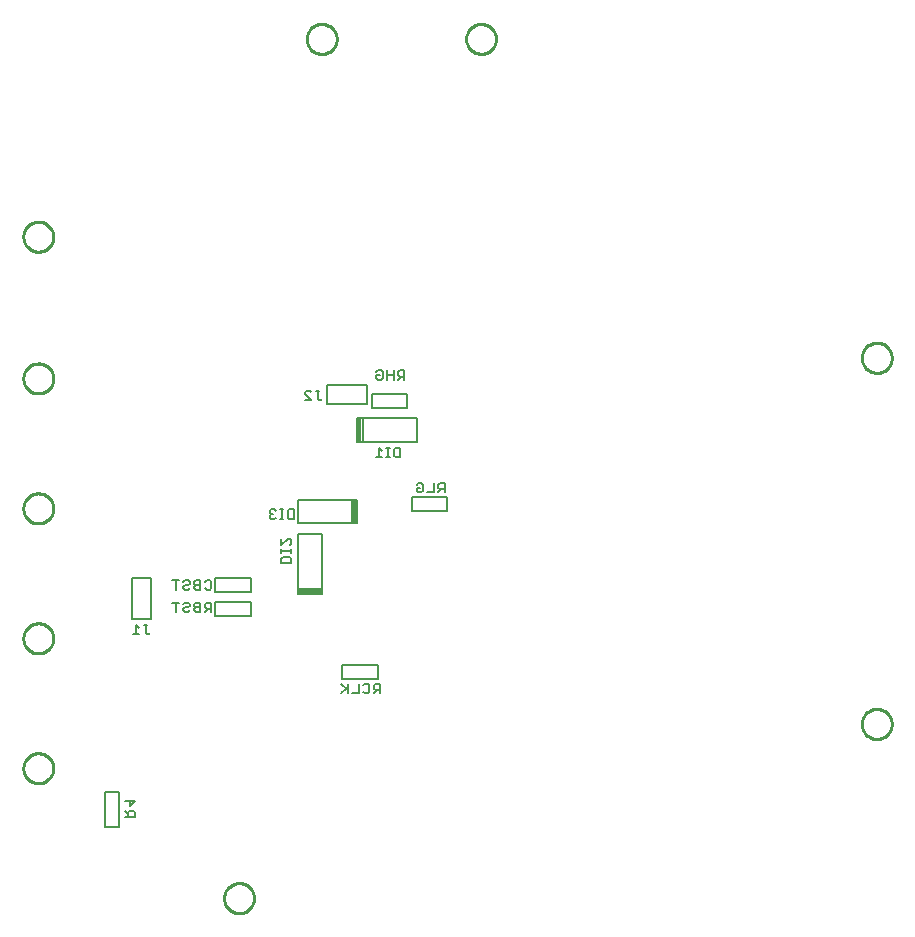
<source format=gbo>
G75*
G70*
%OFA0B0*%
%FSLAX24Y24*%
%IPPOS*%
%LPD*%
%AMOC8*
5,1,8,0,0,1.08239X$1,22.5*
%
%ADD10C,0.0100*%
%ADD11C,0.0079*%
%ADD12C,0.0080*%
%ADD13C,0.0070*%
D10*
X001469Y005512D02*
X001471Y005556D01*
X001477Y005600D01*
X001487Y005643D01*
X001500Y005685D01*
X001517Y005726D01*
X001538Y005765D01*
X001562Y005802D01*
X001589Y005837D01*
X001619Y005869D01*
X001652Y005899D01*
X001688Y005925D01*
X001725Y005949D01*
X001765Y005968D01*
X001806Y005985D01*
X001849Y005997D01*
X001892Y006006D01*
X001936Y006011D01*
X001980Y006012D01*
X002024Y006009D01*
X002068Y006002D01*
X002111Y005991D01*
X002153Y005977D01*
X002193Y005959D01*
X002232Y005937D01*
X002268Y005913D01*
X002302Y005885D01*
X002334Y005854D01*
X002363Y005820D01*
X002389Y005784D01*
X002411Y005746D01*
X002430Y005706D01*
X002445Y005664D01*
X002457Y005622D01*
X002465Y005578D01*
X002469Y005534D01*
X002469Y005490D01*
X002465Y005446D01*
X002457Y005402D01*
X002445Y005360D01*
X002430Y005318D01*
X002411Y005278D01*
X002389Y005240D01*
X002363Y005204D01*
X002334Y005170D01*
X002302Y005139D01*
X002268Y005111D01*
X002232Y005087D01*
X002193Y005065D01*
X002153Y005047D01*
X002111Y005033D01*
X002068Y005022D01*
X002024Y005015D01*
X001980Y005012D01*
X001936Y005013D01*
X001892Y005018D01*
X001849Y005027D01*
X001806Y005039D01*
X001765Y005056D01*
X001725Y005075D01*
X001688Y005099D01*
X001652Y005125D01*
X001619Y005155D01*
X001589Y005187D01*
X001562Y005222D01*
X001538Y005259D01*
X001517Y005298D01*
X001500Y005339D01*
X001487Y005381D01*
X001477Y005424D01*
X001471Y005468D01*
X001469Y005512D01*
X001469Y009843D02*
X001471Y009887D01*
X001477Y009931D01*
X001487Y009974D01*
X001500Y010016D01*
X001517Y010057D01*
X001538Y010096D01*
X001562Y010133D01*
X001589Y010168D01*
X001619Y010200D01*
X001652Y010230D01*
X001688Y010256D01*
X001725Y010280D01*
X001765Y010299D01*
X001806Y010316D01*
X001849Y010328D01*
X001892Y010337D01*
X001936Y010342D01*
X001980Y010343D01*
X002024Y010340D01*
X002068Y010333D01*
X002111Y010322D01*
X002153Y010308D01*
X002193Y010290D01*
X002232Y010268D01*
X002268Y010244D01*
X002302Y010216D01*
X002334Y010185D01*
X002363Y010151D01*
X002389Y010115D01*
X002411Y010077D01*
X002430Y010037D01*
X002445Y009995D01*
X002457Y009953D01*
X002465Y009909D01*
X002469Y009865D01*
X002469Y009821D01*
X002465Y009777D01*
X002457Y009733D01*
X002445Y009691D01*
X002430Y009649D01*
X002411Y009609D01*
X002389Y009571D01*
X002363Y009535D01*
X002334Y009501D01*
X002302Y009470D01*
X002268Y009442D01*
X002232Y009418D01*
X002193Y009396D01*
X002153Y009378D01*
X002111Y009364D01*
X002068Y009353D01*
X002024Y009346D01*
X001980Y009343D01*
X001936Y009344D01*
X001892Y009349D01*
X001849Y009358D01*
X001806Y009370D01*
X001765Y009387D01*
X001725Y009406D01*
X001688Y009430D01*
X001652Y009456D01*
X001619Y009486D01*
X001589Y009518D01*
X001562Y009553D01*
X001538Y009590D01*
X001517Y009629D01*
X001500Y009670D01*
X001487Y009712D01*
X001477Y009755D01*
X001471Y009799D01*
X001469Y009843D01*
X001469Y014173D02*
X001471Y014217D01*
X001477Y014261D01*
X001487Y014304D01*
X001500Y014346D01*
X001517Y014387D01*
X001538Y014426D01*
X001562Y014463D01*
X001589Y014498D01*
X001619Y014530D01*
X001652Y014560D01*
X001688Y014586D01*
X001725Y014610D01*
X001765Y014629D01*
X001806Y014646D01*
X001849Y014658D01*
X001892Y014667D01*
X001936Y014672D01*
X001980Y014673D01*
X002024Y014670D01*
X002068Y014663D01*
X002111Y014652D01*
X002153Y014638D01*
X002193Y014620D01*
X002232Y014598D01*
X002268Y014574D01*
X002302Y014546D01*
X002334Y014515D01*
X002363Y014481D01*
X002389Y014445D01*
X002411Y014407D01*
X002430Y014367D01*
X002445Y014325D01*
X002457Y014283D01*
X002465Y014239D01*
X002469Y014195D01*
X002469Y014151D01*
X002465Y014107D01*
X002457Y014063D01*
X002445Y014021D01*
X002430Y013979D01*
X002411Y013939D01*
X002389Y013901D01*
X002363Y013865D01*
X002334Y013831D01*
X002302Y013800D01*
X002268Y013772D01*
X002232Y013748D01*
X002193Y013726D01*
X002153Y013708D01*
X002111Y013694D01*
X002068Y013683D01*
X002024Y013676D01*
X001980Y013673D01*
X001936Y013674D01*
X001892Y013679D01*
X001849Y013688D01*
X001806Y013700D01*
X001765Y013717D01*
X001725Y013736D01*
X001688Y013760D01*
X001652Y013786D01*
X001619Y013816D01*
X001589Y013848D01*
X001562Y013883D01*
X001538Y013920D01*
X001517Y013959D01*
X001500Y014000D01*
X001487Y014042D01*
X001477Y014085D01*
X001471Y014129D01*
X001469Y014173D01*
X001469Y018504D02*
X001471Y018548D01*
X001477Y018592D01*
X001487Y018635D01*
X001500Y018677D01*
X001517Y018718D01*
X001538Y018757D01*
X001562Y018794D01*
X001589Y018829D01*
X001619Y018861D01*
X001652Y018891D01*
X001688Y018917D01*
X001725Y018941D01*
X001765Y018960D01*
X001806Y018977D01*
X001849Y018989D01*
X001892Y018998D01*
X001936Y019003D01*
X001980Y019004D01*
X002024Y019001D01*
X002068Y018994D01*
X002111Y018983D01*
X002153Y018969D01*
X002193Y018951D01*
X002232Y018929D01*
X002268Y018905D01*
X002302Y018877D01*
X002334Y018846D01*
X002363Y018812D01*
X002389Y018776D01*
X002411Y018738D01*
X002430Y018698D01*
X002445Y018656D01*
X002457Y018614D01*
X002465Y018570D01*
X002469Y018526D01*
X002469Y018482D01*
X002465Y018438D01*
X002457Y018394D01*
X002445Y018352D01*
X002430Y018310D01*
X002411Y018270D01*
X002389Y018232D01*
X002363Y018196D01*
X002334Y018162D01*
X002302Y018131D01*
X002268Y018103D01*
X002232Y018079D01*
X002193Y018057D01*
X002153Y018039D01*
X002111Y018025D01*
X002068Y018014D01*
X002024Y018007D01*
X001980Y018004D01*
X001936Y018005D01*
X001892Y018010D01*
X001849Y018019D01*
X001806Y018031D01*
X001765Y018048D01*
X001725Y018067D01*
X001688Y018091D01*
X001652Y018117D01*
X001619Y018147D01*
X001589Y018179D01*
X001562Y018214D01*
X001538Y018251D01*
X001517Y018290D01*
X001500Y018331D01*
X001487Y018373D01*
X001477Y018416D01*
X001471Y018460D01*
X001469Y018504D01*
X001469Y023228D02*
X001471Y023272D01*
X001477Y023316D01*
X001487Y023359D01*
X001500Y023401D01*
X001517Y023442D01*
X001538Y023481D01*
X001562Y023518D01*
X001589Y023553D01*
X001619Y023585D01*
X001652Y023615D01*
X001688Y023641D01*
X001725Y023665D01*
X001765Y023684D01*
X001806Y023701D01*
X001849Y023713D01*
X001892Y023722D01*
X001936Y023727D01*
X001980Y023728D01*
X002024Y023725D01*
X002068Y023718D01*
X002111Y023707D01*
X002153Y023693D01*
X002193Y023675D01*
X002232Y023653D01*
X002268Y023629D01*
X002302Y023601D01*
X002334Y023570D01*
X002363Y023536D01*
X002389Y023500D01*
X002411Y023462D01*
X002430Y023422D01*
X002445Y023380D01*
X002457Y023338D01*
X002465Y023294D01*
X002469Y023250D01*
X002469Y023206D01*
X002465Y023162D01*
X002457Y023118D01*
X002445Y023076D01*
X002430Y023034D01*
X002411Y022994D01*
X002389Y022956D01*
X002363Y022920D01*
X002334Y022886D01*
X002302Y022855D01*
X002268Y022827D01*
X002232Y022803D01*
X002193Y022781D01*
X002153Y022763D01*
X002111Y022749D01*
X002068Y022738D01*
X002024Y022731D01*
X001980Y022728D01*
X001936Y022729D01*
X001892Y022734D01*
X001849Y022743D01*
X001806Y022755D01*
X001765Y022772D01*
X001725Y022791D01*
X001688Y022815D01*
X001652Y022841D01*
X001619Y022871D01*
X001589Y022903D01*
X001562Y022938D01*
X001538Y022975D01*
X001517Y023014D01*
X001500Y023055D01*
X001487Y023097D01*
X001477Y023140D01*
X001471Y023184D01*
X001469Y023228D01*
X010917Y029823D02*
X010919Y029867D01*
X010925Y029911D01*
X010935Y029954D01*
X010948Y029996D01*
X010965Y030037D01*
X010986Y030076D01*
X011010Y030113D01*
X011037Y030148D01*
X011067Y030180D01*
X011100Y030210D01*
X011136Y030236D01*
X011173Y030260D01*
X011213Y030279D01*
X011254Y030296D01*
X011297Y030308D01*
X011340Y030317D01*
X011384Y030322D01*
X011428Y030323D01*
X011472Y030320D01*
X011516Y030313D01*
X011559Y030302D01*
X011601Y030288D01*
X011641Y030270D01*
X011680Y030248D01*
X011716Y030224D01*
X011750Y030196D01*
X011782Y030165D01*
X011811Y030131D01*
X011837Y030095D01*
X011859Y030057D01*
X011878Y030017D01*
X011893Y029975D01*
X011905Y029933D01*
X011913Y029889D01*
X011917Y029845D01*
X011917Y029801D01*
X011913Y029757D01*
X011905Y029713D01*
X011893Y029671D01*
X011878Y029629D01*
X011859Y029589D01*
X011837Y029551D01*
X011811Y029515D01*
X011782Y029481D01*
X011750Y029450D01*
X011716Y029422D01*
X011680Y029398D01*
X011641Y029376D01*
X011601Y029358D01*
X011559Y029344D01*
X011516Y029333D01*
X011472Y029326D01*
X011428Y029323D01*
X011384Y029324D01*
X011340Y029329D01*
X011297Y029338D01*
X011254Y029350D01*
X011213Y029367D01*
X011173Y029386D01*
X011136Y029410D01*
X011100Y029436D01*
X011067Y029466D01*
X011037Y029498D01*
X011010Y029533D01*
X010986Y029570D01*
X010965Y029609D01*
X010948Y029650D01*
X010935Y029692D01*
X010925Y029735D01*
X010919Y029779D01*
X010917Y029823D01*
X016232Y029823D02*
X016234Y029867D01*
X016240Y029911D01*
X016250Y029954D01*
X016263Y029996D01*
X016280Y030037D01*
X016301Y030076D01*
X016325Y030113D01*
X016352Y030148D01*
X016382Y030180D01*
X016415Y030210D01*
X016451Y030236D01*
X016488Y030260D01*
X016528Y030279D01*
X016569Y030296D01*
X016612Y030308D01*
X016655Y030317D01*
X016699Y030322D01*
X016743Y030323D01*
X016787Y030320D01*
X016831Y030313D01*
X016874Y030302D01*
X016916Y030288D01*
X016956Y030270D01*
X016995Y030248D01*
X017031Y030224D01*
X017065Y030196D01*
X017097Y030165D01*
X017126Y030131D01*
X017152Y030095D01*
X017174Y030057D01*
X017193Y030017D01*
X017208Y029975D01*
X017220Y029933D01*
X017228Y029889D01*
X017232Y029845D01*
X017232Y029801D01*
X017228Y029757D01*
X017220Y029713D01*
X017208Y029671D01*
X017193Y029629D01*
X017174Y029589D01*
X017152Y029551D01*
X017126Y029515D01*
X017097Y029481D01*
X017065Y029450D01*
X017031Y029422D01*
X016995Y029398D01*
X016956Y029376D01*
X016916Y029358D01*
X016874Y029344D01*
X016831Y029333D01*
X016787Y029326D01*
X016743Y029323D01*
X016699Y029324D01*
X016655Y029329D01*
X016612Y029338D01*
X016569Y029350D01*
X016528Y029367D01*
X016488Y029386D01*
X016451Y029410D01*
X016415Y029436D01*
X016382Y029466D01*
X016352Y029498D01*
X016325Y029533D01*
X016301Y029570D01*
X016280Y029609D01*
X016263Y029650D01*
X016250Y029692D01*
X016240Y029735D01*
X016234Y029779D01*
X016232Y029823D01*
X029421Y019193D02*
X029423Y019237D01*
X029429Y019281D01*
X029439Y019324D01*
X029452Y019366D01*
X029469Y019407D01*
X029490Y019446D01*
X029514Y019483D01*
X029541Y019518D01*
X029571Y019550D01*
X029604Y019580D01*
X029640Y019606D01*
X029677Y019630D01*
X029717Y019649D01*
X029758Y019666D01*
X029801Y019678D01*
X029844Y019687D01*
X029888Y019692D01*
X029932Y019693D01*
X029976Y019690D01*
X030020Y019683D01*
X030063Y019672D01*
X030105Y019658D01*
X030145Y019640D01*
X030184Y019618D01*
X030220Y019594D01*
X030254Y019566D01*
X030286Y019535D01*
X030315Y019501D01*
X030341Y019465D01*
X030363Y019427D01*
X030382Y019387D01*
X030397Y019345D01*
X030409Y019303D01*
X030417Y019259D01*
X030421Y019215D01*
X030421Y019171D01*
X030417Y019127D01*
X030409Y019083D01*
X030397Y019041D01*
X030382Y018999D01*
X030363Y018959D01*
X030341Y018921D01*
X030315Y018885D01*
X030286Y018851D01*
X030254Y018820D01*
X030220Y018792D01*
X030184Y018768D01*
X030145Y018746D01*
X030105Y018728D01*
X030063Y018714D01*
X030020Y018703D01*
X029976Y018696D01*
X029932Y018693D01*
X029888Y018694D01*
X029844Y018699D01*
X029801Y018708D01*
X029758Y018720D01*
X029717Y018737D01*
X029677Y018756D01*
X029640Y018780D01*
X029604Y018806D01*
X029571Y018836D01*
X029541Y018868D01*
X029514Y018903D01*
X029490Y018940D01*
X029469Y018979D01*
X029452Y019020D01*
X029439Y019062D01*
X029429Y019105D01*
X029423Y019149D01*
X029421Y019193D01*
X029421Y006988D02*
X029423Y007032D01*
X029429Y007076D01*
X029439Y007119D01*
X029452Y007161D01*
X029469Y007202D01*
X029490Y007241D01*
X029514Y007278D01*
X029541Y007313D01*
X029571Y007345D01*
X029604Y007375D01*
X029640Y007401D01*
X029677Y007425D01*
X029717Y007444D01*
X029758Y007461D01*
X029801Y007473D01*
X029844Y007482D01*
X029888Y007487D01*
X029932Y007488D01*
X029976Y007485D01*
X030020Y007478D01*
X030063Y007467D01*
X030105Y007453D01*
X030145Y007435D01*
X030184Y007413D01*
X030220Y007389D01*
X030254Y007361D01*
X030286Y007330D01*
X030315Y007296D01*
X030341Y007260D01*
X030363Y007222D01*
X030382Y007182D01*
X030397Y007140D01*
X030409Y007098D01*
X030417Y007054D01*
X030421Y007010D01*
X030421Y006966D01*
X030417Y006922D01*
X030409Y006878D01*
X030397Y006836D01*
X030382Y006794D01*
X030363Y006754D01*
X030341Y006716D01*
X030315Y006680D01*
X030286Y006646D01*
X030254Y006615D01*
X030220Y006587D01*
X030184Y006563D01*
X030145Y006541D01*
X030105Y006523D01*
X030063Y006509D01*
X030020Y006498D01*
X029976Y006491D01*
X029932Y006488D01*
X029888Y006489D01*
X029844Y006494D01*
X029801Y006503D01*
X029758Y006515D01*
X029717Y006532D01*
X029677Y006551D01*
X029640Y006575D01*
X029604Y006601D01*
X029571Y006631D01*
X029541Y006663D01*
X029514Y006698D01*
X029490Y006735D01*
X029469Y006774D01*
X029452Y006815D01*
X029439Y006857D01*
X029429Y006900D01*
X029423Y006944D01*
X029421Y006988D01*
X008161Y001181D02*
X008163Y001225D01*
X008169Y001269D01*
X008179Y001312D01*
X008192Y001354D01*
X008209Y001395D01*
X008230Y001434D01*
X008254Y001471D01*
X008281Y001506D01*
X008311Y001538D01*
X008344Y001568D01*
X008380Y001594D01*
X008417Y001618D01*
X008457Y001637D01*
X008498Y001654D01*
X008541Y001666D01*
X008584Y001675D01*
X008628Y001680D01*
X008672Y001681D01*
X008716Y001678D01*
X008760Y001671D01*
X008803Y001660D01*
X008845Y001646D01*
X008885Y001628D01*
X008924Y001606D01*
X008960Y001582D01*
X008994Y001554D01*
X009026Y001523D01*
X009055Y001489D01*
X009081Y001453D01*
X009103Y001415D01*
X009122Y001375D01*
X009137Y001333D01*
X009149Y001291D01*
X009157Y001247D01*
X009161Y001203D01*
X009161Y001159D01*
X009157Y001115D01*
X009149Y001071D01*
X009137Y001029D01*
X009122Y000987D01*
X009103Y000947D01*
X009081Y000909D01*
X009055Y000873D01*
X009026Y000839D01*
X008994Y000808D01*
X008960Y000780D01*
X008924Y000756D01*
X008885Y000734D01*
X008845Y000716D01*
X008803Y000702D01*
X008760Y000691D01*
X008716Y000684D01*
X008672Y000681D01*
X008628Y000682D01*
X008584Y000687D01*
X008541Y000696D01*
X008498Y000708D01*
X008457Y000725D01*
X008417Y000744D01*
X008380Y000768D01*
X008344Y000794D01*
X008311Y000824D01*
X008281Y000856D01*
X008254Y000891D01*
X008230Y000928D01*
X008209Y000967D01*
X008192Y001008D01*
X008179Y001050D01*
X008169Y001093D01*
X008163Y001137D01*
X008161Y001181D01*
D11*
X004665Y003543D02*
X004193Y003543D01*
X004193Y004724D01*
X004665Y004724D01*
X004665Y003543D01*
X005098Y010502D02*
X005728Y010502D01*
X005728Y011841D01*
X005098Y011841D01*
X005098Y010502D01*
X007874Y010591D02*
X007874Y011063D01*
X009055Y011063D01*
X009055Y010591D01*
X007874Y010591D01*
X007874Y011378D02*
X007874Y011850D01*
X009055Y011850D01*
X009055Y011378D01*
X007874Y011378D01*
X010630Y011358D02*
X011417Y011358D01*
X011417Y011319D01*
X010630Y011319D01*
X010630Y011358D01*
X010630Y011417D01*
X010630Y011496D01*
X010630Y013307D01*
X011417Y013307D01*
X011417Y011496D01*
X011417Y011417D01*
X011417Y011358D01*
X011417Y011417D02*
X010630Y011417D01*
X010630Y011496D02*
X011417Y011496D01*
X010610Y013681D02*
X010610Y014469D01*
X012421Y014469D01*
X012500Y014469D01*
X012559Y014469D01*
X012559Y013681D01*
X012500Y013681D01*
X012421Y013681D01*
X010610Y013681D01*
X012421Y013681D02*
X012421Y014469D01*
X012500Y014469D02*
X012500Y013681D01*
X012559Y013681D02*
X012598Y013681D01*
X012598Y014469D01*
X012559Y014469D01*
X014419Y014557D02*
X014419Y014085D01*
X015600Y014085D01*
X015600Y014557D01*
X014419Y014557D01*
X014587Y016388D02*
X012776Y016388D01*
X012697Y016388D01*
X012638Y016388D01*
X012638Y017175D01*
X012697Y017175D01*
X012776Y017175D01*
X014587Y017175D01*
X014587Y016388D01*
X014272Y017530D02*
X013091Y017530D01*
X013091Y018002D01*
X014272Y018002D01*
X014272Y017530D01*
X012923Y017648D02*
X012923Y018278D01*
X011585Y018278D01*
X011585Y017648D01*
X012923Y017648D01*
X012776Y017175D02*
X012776Y016388D01*
X012697Y016388D02*
X012697Y017175D01*
X012638Y017175D02*
X012598Y017175D01*
X012598Y016388D01*
X012638Y016388D01*
X012106Y008947D02*
X013287Y008947D01*
X013287Y008474D01*
X012106Y008474D01*
X012106Y008947D01*
D12*
X012072Y008326D02*
X012281Y008117D01*
X012229Y008169D02*
X012072Y008012D01*
X012281Y008012D02*
X012281Y008326D01*
X012434Y008012D02*
X012644Y008012D01*
X012644Y008326D01*
X012797Y008274D02*
X012849Y008326D01*
X012954Y008326D01*
X013006Y008274D01*
X013006Y008065D01*
X012954Y008012D01*
X012849Y008012D01*
X012797Y008065D01*
X013159Y008012D02*
X013264Y008117D01*
X013212Y008117D02*
X013369Y008117D01*
X013369Y008012D02*
X013369Y008326D01*
X013212Y008326D01*
X013159Y008274D01*
X013159Y008169D01*
X013212Y008117D01*
X007736Y010719D02*
X007736Y011033D01*
X007579Y011033D01*
X007526Y010981D01*
X007526Y010876D01*
X007579Y010824D01*
X007736Y010824D01*
X007631Y010824D02*
X007526Y010719D01*
X007373Y010719D02*
X007216Y010719D01*
X007164Y010771D01*
X007164Y010824D01*
X007216Y010876D01*
X007373Y010876D01*
X007373Y010719D02*
X007373Y011033D01*
X007216Y011033D01*
X007164Y010981D01*
X007164Y010928D01*
X007216Y010876D01*
X007011Y010928D02*
X006958Y010876D01*
X006854Y010876D01*
X006801Y010824D01*
X006801Y010771D01*
X006854Y010719D01*
X006958Y010719D01*
X007011Y010771D01*
X007011Y010928D02*
X007011Y010981D01*
X006958Y011033D01*
X006854Y011033D01*
X006801Y010981D01*
X006648Y011033D02*
X006439Y011033D01*
X006543Y011033D02*
X006543Y010719D01*
X006543Y011457D02*
X006543Y011771D01*
X006439Y011771D02*
X006648Y011771D01*
X006801Y011719D02*
X006854Y011771D01*
X006958Y011771D01*
X007011Y011719D01*
X007011Y011667D01*
X006958Y011614D01*
X006854Y011614D01*
X006801Y011562D01*
X006801Y011510D01*
X006854Y011457D01*
X006958Y011457D01*
X007011Y011510D01*
X007164Y011510D02*
X007216Y011457D01*
X007373Y011457D01*
X007373Y011771D01*
X007216Y011771D01*
X007164Y011719D01*
X007164Y011667D01*
X007216Y011614D01*
X007373Y011614D01*
X007216Y011614D02*
X007164Y011562D01*
X007164Y011510D01*
X007526Y011510D02*
X007579Y011457D01*
X007683Y011457D01*
X007736Y011510D01*
X007736Y011719D01*
X007683Y011771D01*
X007579Y011771D01*
X007526Y011719D01*
X005600Y010295D02*
X005495Y010295D01*
X005548Y010295D02*
X005548Y010033D01*
X005600Y009981D01*
X005652Y009981D01*
X005705Y010033D01*
X005342Y009981D02*
X005133Y009981D01*
X005238Y009981D02*
X005238Y010295D01*
X005342Y010190D01*
X005023Y004460D02*
X005023Y004247D01*
X005183Y004407D01*
X004863Y004407D01*
X004863Y004092D02*
X004970Y003985D01*
X004970Y004039D02*
X004970Y003879D01*
X004863Y003879D02*
X005183Y003879D01*
X005183Y004039D01*
X005130Y004092D01*
X005023Y004092D01*
X004970Y004039D01*
X014629Y014705D02*
X014577Y014758D01*
X014577Y014862D01*
X014681Y014862D01*
X014577Y014967D02*
X014629Y015019D01*
X014734Y015019D01*
X014786Y014967D01*
X014786Y014758D01*
X014734Y014705D01*
X014629Y014705D01*
X014939Y014705D02*
X015149Y014705D01*
X015149Y015019D01*
X015302Y014967D02*
X015302Y014862D01*
X015354Y014810D01*
X015511Y014810D01*
X015407Y014810D02*
X015302Y014705D01*
X015511Y014705D02*
X015511Y015019D01*
X015354Y015019D01*
X015302Y014967D01*
X014173Y018465D02*
X014173Y018779D01*
X014016Y018779D01*
X013963Y018727D01*
X013963Y018622D01*
X014016Y018570D01*
X014173Y018570D01*
X014068Y018570D02*
X013963Y018465D01*
X013810Y018465D02*
X013810Y018779D01*
X013810Y018622D02*
X013601Y018622D01*
X013601Y018779D02*
X013601Y018465D01*
X013448Y018518D02*
X013395Y018465D01*
X013291Y018465D01*
X013238Y018518D01*
X013238Y018622D01*
X013343Y018622D01*
X013448Y018518D02*
X013448Y018727D01*
X013395Y018779D01*
X013291Y018779D01*
X013238Y018727D01*
X011332Y018090D02*
X011227Y018090D01*
X011279Y018090D02*
X011279Y017829D01*
X011332Y017776D01*
X011384Y017776D01*
X011436Y017829D01*
X011074Y017776D02*
X010865Y017986D01*
X010865Y018038D01*
X010917Y018090D01*
X011022Y018090D01*
X011074Y018038D01*
X011074Y017776D02*
X010865Y017776D01*
D13*
X013328Y016196D02*
X013328Y015872D01*
X013436Y015872D02*
X013220Y015872D01*
X013436Y016088D02*
X013328Y016196D01*
X013569Y016196D02*
X013677Y016196D01*
X013623Y016196D02*
X013623Y015872D01*
X013677Y015872D02*
X013569Y015872D01*
X013824Y015926D02*
X013824Y016142D01*
X013878Y016196D01*
X014040Y016196D01*
X014040Y015872D01*
X013878Y015872D01*
X013824Y015926D01*
X010496Y014139D02*
X010496Y013815D01*
X010335Y013815D01*
X010281Y013869D01*
X010281Y014085D01*
X010335Y014139D01*
X010496Y014139D01*
X010134Y014139D02*
X010026Y014139D01*
X010080Y014139D02*
X010080Y013815D01*
X010134Y013815D02*
X010026Y013815D01*
X009892Y013869D02*
X009838Y013815D01*
X009730Y013815D01*
X009676Y013869D01*
X009676Y013923D01*
X009730Y013977D01*
X009784Y013977D01*
X009730Y013977D02*
X009676Y014031D01*
X009676Y014085D01*
X009730Y014139D01*
X009838Y014139D01*
X009892Y014085D01*
X010074Y013158D02*
X010074Y012942D01*
X010290Y013158D01*
X010344Y013158D01*
X010398Y013104D01*
X010398Y012996D01*
X010344Y012942D01*
X010398Y012809D02*
X010398Y012701D01*
X010398Y012755D02*
X010074Y012755D01*
X010074Y012701D02*
X010074Y012809D01*
X010128Y012554D02*
X010344Y012554D01*
X010398Y012500D01*
X010398Y012338D01*
X010074Y012338D01*
X010074Y012500D01*
X010128Y012554D01*
M02*

</source>
